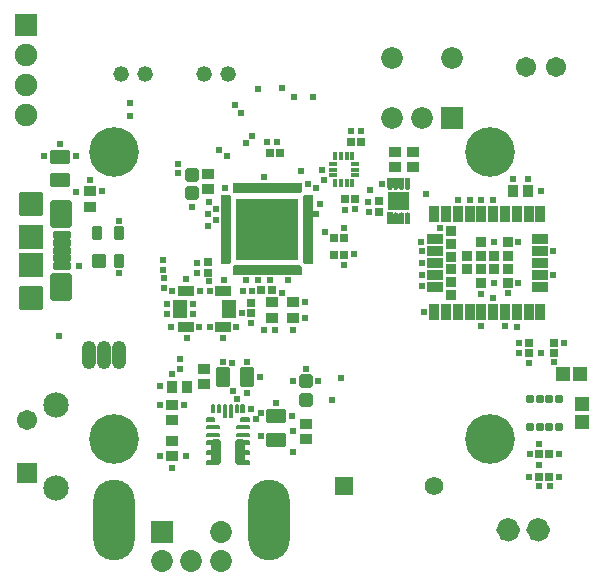
<source format=gts>
G04*
G04 #@! TF.GenerationSoftware,Altium Limited,Altium Designer,20.2.8 (258)*
G04*
G04 Layer_Color=8388736*
%FSLAX44Y44*%
%MOMM*%
G71*
G04*
G04 #@! TF.SameCoordinates,AB2164AD-3A94-489E-A7C9-C1E693429951*
G04*
G04*
G04 #@! TF.FilePolarity,Negative*
G04*
G01*
G75*
%ADD10C,0.1270*%
G04:AMPARAMS|DCode=25|XSize=0.2499mm|YSize=0.7mm|CornerRadius=0.075mm|HoleSize=0mm|Usage=FLASHONLY|Rotation=0.000|XOffset=0mm|YOffset=0mm|HoleType=Round|Shape=RoundedRectangle|*
%AMROUNDEDRECTD25*
21,1,0.2499,0.5501,0,0,0.0*
21,1,0.1000,0.7000,0,0,0.0*
1,1,0.1500,0.0500,-0.2750*
1,1,0.1500,-0.0500,-0.2750*
1,1,0.1500,-0.0500,0.2750*
1,1,0.1500,0.0500,0.2750*
%
%ADD25ROUNDEDRECTD25*%
G04:AMPARAMS|DCode=26|XSize=0.2499mm|YSize=1.1001mm|CornerRadius=0.075mm|HoleSize=0mm|Usage=FLASHONLY|Rotation=0.000|XOffset=0mm|YOffset=0mm|HoleType=Round|Shape=RoundedRectangle|*
%AMROUNDEDRECTD26*
21,1,0.2499,0.9501,0,0,0.0*
21,1,0.1000,1.1001,0,0,0.0*
1,1,0.1500,0.0500,-0.4751*
1,1,0.1500,-0.0500,-0.4751*
1,1,0.1500,-0.0500,0.4751*
1,1,0.1500,0.0500,0.4751*
%
%ADD26ROUNDEDRECTD26*%
G04:AMPARAMS|DCode=27|XSize=0.2499mm|YSize=0.7mm|CornerRadius=0.075mm|HoleSize=0mm|Usage=FLASHONLY|Rotation=90.000|XOffset=0mm|YOffset=0mm|HoleType=Round|Shape=RoundedRectangle|*
%AMROUNDEDRECTD27*
21,1,0.2499,0.5501,0,0,90.0*
21,1,0.1000,0.7000,0,0,90.0*
1,1,0.1500,0.2750,0.0500*
1,1,0.1500,0.2750,-0.0500*
1,1,0.1500,-0.2750,-0.0500*
1,1,0.1500,-0.2750,0.0500*
%
%ADD27ROUNDEDRECTD27*%
G04:AMPARAMS|DCode=28|XSize=0.2499mm|YSize=1.1001mm|CornerRadius=0.075mm|HoleSize=0mm|Usage=FLASHONLY|Rotation=90.000|XOffset=0mm|YOffset=0mm|HoleType=Round|Shape=RoundedRectangle|*
%AMROUNDEDRECTD28*
21,1,0.2499,0.9501,0,0,90.0*
21,1,0.1000,1.1001,0,0,90.0*
1,1,0.1500,0.4751,0.0500*
1,1,0.1500,0.4751,-0.0500*
1,1,0.1500,-0.4751,-0.0500*
1,1,0.1500,-0.4751,0.0500*
%
%ADD28ROUNDEDRECTD28*%
G04:AMPARAMS|DCode=29|XSize=0.2799mm|YSize=0.65mm|CornerRadius=0.0042mm|HoleSize=0mm|Usage=FLASHONLY|Rotation=180.000|XOffset=0mm|YOffset=0mm|HoleType=Round|Shape=RoundedRectangle|*
%AMROUNDEDRECTD29*
21,1,0.2799,0.6416,0,0,180.0*
21,1,0.2715,0.6500,0,0,180.0*
1,1,0.0084,-0.1358,0.3208*
1,1,0.0084,0.1358,0.3208*
1,1,0.0084,0.1358,-0.3208*
1,1,0.0084,-0.1358,-0.3208*
%
%ADD29ROUNDEDRECTD29*%
G04:AMPARAMS|DCode=30|XSize=0.65mm|YSize=0.2799mm|CornerRadius=0.0042mm|HoleSize=0mm|Usage=FLASHONLY|Rotation=180.000|XOffset=0mm|YOffset=0mm|HoleType=Round|Shape=RoundedRectangle|*
%AMROUNDEDRECTD30*
21,1,0.6500,0.2715,0,0,180.0*
21,1,0.6416,0.2799,0,0,180.0*
1,1,0.0084,-0.3208,0.1358*
1,1,0.0084,0.3208,0.1358*
1,1,0.0084,0.3208,-0.1358*
1,1,0.0084,-0.3208,-0.1358*
%
%ADD30ROUNDEDRECTD30*%
G04:AMPARAMS|DCode=31|XSize=5mm|YSize=5mm|CornerRadius=0.075mm|HoleSize=0mm|Usage=FLASHONLY|Rotation=180.000|XOffset=0mm|YOffset=0mm|HoleType=Round|Shape=RoundedRectangle|*
%AMROUNDEDRECTD31*
21,1,5.0000,4.8500,0,0,180.0*
21,1,4.8500,5.0000,0,0,180.0*
1,1,0.1500,-2.4250,2.4250*
1,1,0.1500,2.4250,2.4250*
1,1,0.1500,2.4250,-2.4250*
1,1,0.1500,-2.4250,-2.4250*
%
%ADD31ROUNDEDRECTD31*%
G04:AMPARAMS|DCode=32|XSize=0.3mm|YSize=0.7mm|CornerRadius=0.0045mm|HoleSize=0mm|Usage=FLASHONLY|Rotation=0.000|XOffset=0mm|YOffset=0mm|HoleType=Round|Shape=RoundedRectangle|*
%AMROUNDEDRECTD32*
21,1,0.3000,0.6910,0,0,0.0*
21,1,0.2910,0.7000,0,0,0.0*
1,1,0.0090,0.1455,-0.3455*
1,1,0.0090,-0.1455,-0.3455*
1,1,0.0090,-0.1455,0.3455*
1,1,0.0090,0.1455,0.3455*
%
%ADD32ROUNDEDRECTD32*%
G04:AMPARAMS|DCode=33|XSize=0.3mm|YSize=0.8499mm|CornerRadius=0.0045mm|HoleSize=0mm|Usage=FLASHONLY|Rotation=0.000|XOffset=0mm|YOffset=0mm|HoleType=Round|Shape=RoundedRectangle|*
%AMROUNDEDRECTD33*
21,1,0.3000,0.8409,0,0,0.0*
21,1,0.2910,0.8499,0,0,0.0*
1,1,0.0090,0.1455,-0.4204*
1,1,0.0090,-0.1455,-0.4204*
1,1,0.0090,-0.1455,0.4204*
1,1,0.0090,0.1455,0.4204*
%
%ADD33ROUNDEDRECTD33*%
G04:AMPARAMS|DCode=34|XSize=1.6mm|YSize=1.4001mm|CornerRadius=0.021mm|HoleSize=0mm|Usage=FLASHONLY|Rotation=0.000|XOffset=0mm|YOffset=0mm|HoleType=Round|Shape=RoundedRectangle|*
%AMROUNDEDRECTD34*
21,1,1.6000,1.3581,0,0,0.0*
21,1,1.5579,1.4001,0,0,0.0*
1,1,0.0420,0.7790,-0.6790*
1,1,0.0420,-0.7790,-0.6790*
1,1,0.0420,-0.7790,0.6790*
1,1,0.0420,0.7790,0.6790*
%
%ADD34ROUNDEDRECTD34*%
%ADD49C,1.0000*%
%ADD50R,0.7432X0.8032*%
%ADD51R,0.4531X0.6533*%
%ADD52R,0.6533X0.4531*%
%ADD53R,1.1532X1.6033*%
%ADD54R,1.3533X0.9533*%
%ADD55R,1.3533X0.9032*%
%ADD56R,0.9032X1.3533*%
%ADD57R,0.9032X0.9032*%
%ADD58R,1.1032X0.9032*%
G04:AMPARAMS|DCode=59|XSize=2.1532mm|YSize=0.8032mm|CornerRadius=0.1316mm|HoleSize=0mm|Usage=FLASHONLY|Rotation=90.000|XOffset=0mm|YOffset=0mm|HoleType=Round|Shape=RoundedRectangle|*
%AMROUNDEDRECTD59*
21,1,2.1532,0.5400,0,0,90.0*
21,1,1.8900,0.8032,0,0,90.0*
1,1,0.2632,0.2700,0.9450*
1,1,0.2632,0.2700,-0.9450*
1,1,0.2632,-0.2700,-0.9450*
1,1,0.2632,-0.2700,0.9450*
%
%ADD59ROUNDEDRECTD59*%
G04:AMPARAMS|DCode=60|XSize=0.7032mm|YSize=0.7032mm|CornerRadius=0.1641mm|HoleSize=0mm|Usage=FLASHONLY|Rotation=90.000|XOffset=0mm|YOffset=0mm|HoleType=Round|Shape=RoundedRectangle|*
%AMROUNDEDRECTD60*
21,1,0.7032,0.3750,0,0,90.0*
21,1,0.3750,0.7032,0,0,90.0*
1,1,0.3282,0.1875,0.1875*
1,1,0.3282,0.1875,-0.1875*
1,1,0.3282,-0.1875,-0.1875*
1,1,0.3282,-0.1875,0.1875*
%
%ADD60ROUNDEDRECTD60*%
G04:AMPARAMS|DCode=61|XSize=2.3033mm|YSize=1.8032mm|CornerRadius=0.1256mm|HoleSize=0mm|Usage=FLASHONLY|Rotation=90.000|XOffset=0mm|YOffset=0mm|HoleType=Round|Shape=RoundedRectangle|*
%AMROUNDEDRECTD61*
21,1,2.3033,1.5520,0,0,90.0*
21,1,2.0521,1.8032,0,0,90.0*
1,1,0.2512,0.7760,1.0260*
1,1,0.2512,0.7760,-1.0260*
1,1,0.2512,-0.7760,-1.0260*
1,1,0.2512,-0.7760,1.0260*
%
%ADD61ROUNDEDRECTD61*%
G04:AMPARAMS|DCode=62|XSize=2.0033mm|YSize=2.1031mm|CornerRadius=0.1286mm|HoleSize=0mm|Usage=FLASHONLY|Rotation=90.000|XOffset=0mm|YOffset=0mm|HoleType=Round|Shape=RoundedRectangle|*
%AMROUNDEDRECTD62*
21,1,2.0033,1.8459,0,0,90.0*
21,1,1.7461,2.1031,0,0,90.0*
1,1,0.2572,0.9230,0.8730*
1,1,0.2572,0.9230,-0.8730*
1,1,0.2572,-0.9230,-0.8730*
1,1,0.2572,-0.9230,0.8730*
%
%ADD62ROUNDEDRECTD62*%
G04:AMPARAMS|DCode=63|XSize=2.1031mm|YSize=2.1031mm|CornerRadius=0.1301mm|HoleSize=0mm|Usage=FLASHONLY|Rotation=90.000|XOffset=0mm|YOffset=0mm|HoleType=Round|Shape=RoundedRectangle|*
%AMROUNDEDRECTD63*
21,1,2.1031,1.8429,0,0,90.0*
21,1,1.8429,2.1031,0,0,90.0*
1,1,0.2602,0.9215,0.9215*
1,1,0.2602,0.9215,-0.9215*
1,1,0.2602,-0.9215,-0.9215*
1,1,0.2602,-0.9215,0.9215*
%
%ADD63ROUNDEDRECTD63*%
G04:AMPARAMS|DCode=64|XSize=0.6033mm|YSize=1.5532mm|CornerRadius=0.1076mm|HoleSize=0mm|Usage=FLASHONLY|Rotation=90.000|XOffset=0mm|YOffset=0mm|HoleType=Round|Shape=RoundedRectangle|*
%AMROUNDEDRECTD64*
21,1,0.6033,1.3380,0,0,90.0*
21,1,0.3881,1.5532,0,0,90.0*
1,1,0.2152,0.6690,0.1940*
1,1,0.2152,0.6690,-0.1940*
1,1,0.2152,-0.6690,-0.1940*
1,1,0.2152,-0.6690,0.1940*
%
%ADD64ROUNDEDRECTD64*%
G04:AMPARAMS|DCode=65|XSize=1.2032mm|YSize=1.2032mm|CornerRadius=0.1166mm|HoleSize=0mm|Usage=FLASHONLY|Rotation=90.000|XOffset=0mm|YOffset=0mm|HoleType=Round|Shape=RoundedRectangle|*
%AMROUNDEDRECTD65*
21,1,1.2032,0.9700,0,0,90.0*
21,1,0.9700,1.2032,0,0,90.0*
1,1,0.2332,0.4850,0.4850*
1,1,0.2332,0.4850,-0.4850*
1,1,0.2332,-0.4850,-0.4850*
1,1,0.2332,-0.4850,0.4850*
%
%ADD65ROUNDEDRECTD65*%
G04:AMPARAMS|DCode=66|XSize=1.2032mm|YSize=0.8032mm|CornerRadius=0.1106mm|HoleSize=0mm|Usage=FLASHONLY|Rotation=90.000|XOffset=0mm|YOffset=0mm|HoleType=Round|Shape=RoundedRectangle|*
%AMROUNDEDRECTD66*
21,1,1.2032,0.5820,0,0,90.0*
21,1,0.9820,0.8032,0,0,90.0*
1,1,0.2212,0.2910,0.4910*
1,1,0.2212,0.2910,-0.4910*
1,1,0.2212,-0.2910,-0.4910*
1,1,0.2212,-0.2910,0.4910*
%
%ADD66ROUNDEDRECTD66*%
G04:AMPARAMS|DCode=67|XSize=1.1031mm|YSize=1.1532mm|CornerRadius=0.1151mm|HoleSize=0mm|Usage=FLASHONLY|Rotation=270.000|XOffset=0mm|YOffset=0mm|HoleType=Round|Shape=RoundedRectangle|*
%AMROUNDEDRECTD67*
21,1,1.1031,0.9230,0,0,270.0*
21,1,0.8729,1.1532,0,0,270.0*
1,1,0.2302,-0.4615,-0.4365*
1,1,0.2302,-0.4615,0.4365*
1,1,0.2302,0.4615,0.4365*
1,1,0.2302,0.4615,-0.4365*
%
%ADD67ROUNDEDRECTD67*%
G04:AMPARAMS|DCode=68|XSize=1.1532mm|YSize=1.6533mm|CornerRadius=0.1159mm|HoleSize=0mm|Usage=FLASHONLY|Rotation=90.000|XOffset=0mm|YOffset=0mm|HoleType=Round|Shape=RoundedRectangle|*
%AMROUNDEDRECTD68*
21,1,1.1532,1.4216,0,0,90.0*
21,1,0.9215,1.6533,0,0,90.0*
1,1,0.2317,0.7108,0.4607*
1,1,0.2317,0.7108,-0.4607*
1,1,0.2317,-0.7108,-0.4607*
1,1,0.2317,-0.7108,0.4607*
%
%ADD68ROUNDEDRECTD68*%
G04:AMPARAMS|DCode=69|XSize=1.1532mm|YSize=1.6533mm|CornerRadius=0.1159mm|HoleSize=0mm|Usage=FLASHONLY|Rotation=180.000|XOffset=0mm|YOffset=0mm|HoleType=Round|Shape=RoundedRectangle|*
%AMROUNDEDRECTD69*
21,1,1.1532,1.4216,0,0,180.0*
21,1,0.9215,1.6533,0,0,180.0*
1,1,0.2317,-0.4607,0.7108*
1,1,0.2317,0.4607,0.7108*
1,1,0.2317,0.4607,-0.7108*
1,1,0.2317,-0.4607,-0.7108*
%
%ADD69ROUNDEDRECTD69*%
%ADD70R,0.8032X0.7432*%
%ADD71R,0.9032X1.1032*%
%ADD72R,1.2232X1.2432*%
%ADD73R,1.2432X1.2232*%
%ADD74C,1.9032*%
%ADD75R,1.9032X1.9032*%
%ADD76C,1.7032*%
%ADD77C,2.1532*%
%ADD78R,1.7112X1.7112*%
%ADD79C,1.7112*%
%ADD80O,3.5192X6.8352*%
%ADD81C,1.8532*%
%ADD82R,1.8532X1.8532*%
%ADD83C,1.5748*%
%ADD84R,1.5748X1.5748*%
%ADD85R,1.8382X1.8382*%
%ADD86C,1.8382*%
%ADD87C,1.3208*%
%ADD88O,1.2032X2.4032*%
%ADD89C,4.2032*%
%ADD90C,0.6032*%
G36*
X660502Y524250D02*
X660502D01*
X660501Y523822D01*
X660174Y523032D01*
X659568Y522428D01*
X658778Y522101D01*
X658350Y522101D01*
X657722D01*
X656932Y522428D01*
X656328Y523033D01*
X656001Y523823D01*
Y524250D01*
Y531999D01*
X660502D01*
Y524250D01*
D02*
G37*
G36*
X655500D02*
Y523823D01*
X655173Y523033D01*
X654569Y522428D01*
X653779Y522101D01*
X653151D01*
X652723Y522101D01*
X651933Y522428D01*
X651328Y523032D01*
X651000Y523822D01*
X651000Y524250D01*
Y531999D01*
X655500D01*
Y524250D01*
D02*
G37*
G36*
X650502D02*
X650502D01*
X650501Y523822D01*
X650174Y523032D01*
X649568Y522428D01*
X648778Y522101D01*
X648350Y522101D01*
X647722D01*
X646932Y522428D01*
X646328Y523033D01*
X646001Y523823D01*
Y524250D01*
Y531999D01*
X650502D01*
Y524250D01*
D02*
G37*
G36*
X645500D02*
Y523823D01*
X645173Y523033D01*
X644569Y522428D01*
X643779Y522101D01*
X643151D01*
X642723Y522101D01*
X641933Y522428D01*
X641328Y523032D01*
X641000Y523822D01*
X641000Y524250D01*
Y531999D01*
X645500D01*
Y524250D01*
D02*
G37*
G36*
X568501Y520750D02*
Y520402D01*
X568234Y519758D01*
X567742Y519266D01*
X567099Y519000D01*
X511401D01*
X510758Y519266D01*
X510266Y519758D01*
X510000Y520402D01*
Y520750D01*
Y527250D01*
X568501D01*
Y520750D01*
D02*
G37*
G36*
X659501Y504750D02*
X642000D01*
Y520249D01*
X659501D01*
Y504750D01*
D02*
G37*
G36*
X659568Y502572D02*
X660174Y501968D01*
X660501Y501177D01*
X660502Y500750D01*
X660502Y493000D01*
X656001D01*
Y500750D01*
Y501177D01*
X656328Y501967D01*
X656932Y502571D01*
X657722Y502899D01*
X658350D01*
Y502899D01*
X658778Y502899D01*
X659568Y502572D01*
D02*
G37*
G36*
X649568D02*
X650174Y501968D01*
X650501Y501177D01*
X650502Y500750D01*
X650502Y493000D01*
X646001D01*
Y500750D01*
Y501177D01*
X646328Y501967D01*
X646932Y502571D01*
X647722Y502899D01*
X648350D01*
Y502899D01*
X648778Y502899D01*
X649568Y502572D01*
D02*
G37*
G36*
X653151Y502899D02*
X653250Y502899D01*
X653779D01*
X654569Y502571D01*
X655173Y501967D01*
X655500Y501177D01*
Y500750D01*
Y493000D01*
X651000D01*
Y500750D01*
X651000Y501177D01*
X651328Y501968D01*
X651933Y502572D01*
X652723Y502899D01*
X653151Y502899D01*
D02*
G37*
G36*
X645500Y493000D02*
X641000D01*
Y503000D01*
X645500D01*
Y493000D01*
D02*
G37*
G36*
X565201Y462500D02*
X513251D01*
Y514499D01*
X565250D01*
X565201Y462500D01*
D02*
G37*
G36*
X578000Y459249D02*
X571152D01*
X570509Y459515D01*
X570017Y460007D01*
X569750Y460651D01*
Y460999D01*
Y516000D01*
Y516348D01*
X570017Y516991D01*
X570509Y517483D01*
X571152Y517750D01*
X578000D01*
Y459249D01*
D02*
G37*
G36*
X507991Y517483D02*
X508483Y516991D01*
X508750Y516348D01*
Y516000D01*
Y460999D01*
Y460651D01*
X508483Y460007D01*
X507991Y459515D01*
X507348Y459249D01*
X500500D01*
Y517750D01*
X507348D01*
X507991Y517483D01*
D02*
G37*
G36*
X567742Y457733D02*
X568234Y457240D01*
X568501Y456597D01*
Y456249D01*
Y449749D01*
X510000D01*
Y456249D01*
Y456597D01*
X510266Y457240D01*
X510758Y457733D01*
X511401Y457999D01*
X567099D01*
X567742Y457733D01*
D02*
G37*
D10*
X516000Y290999D02*
X523501D01*
Y292000D01*
Y290001D02*
Y290999D01*
X516000Y290001D02*
X523501D01*
X516000D02*
Y290999D01*
Y292000D01*
X523501D01*
X516000Y307999D02*
X523501D01*
X516000Y299501D02*
X523501D01*
Y300499D01*
Y298500D02*
Y299501D01*
X516000Y298500D02*
X523501D01*
X516000D02*
Y299501D01*
Y300499D01*
X523501D01*
Y307999D02*
Y309000D01*
Y306999D02*
Y307999D01*
X516000Y306999D02*
X523501D01*
X516000D02*
Y307999D01*
Y309000D01*
X523501D01*
X488499Y290999D02*
X496000D01*
X488499D02*
Y292000D01*
Y290001D02*
Y290999D01*
Y290001D02*
X496000D01*
Y290999D01*
Y292000D01*
X488499D02*
X496000D01*
X488499Y299501D02*
X496000D01*
X488499Y307999D02*
X496000D01*
X488499Y299501D02*
Y300499D01*
Y298500D02*
Y299501D01*
Y298500D02*
X496000D01*
Y299501D01*
Y300499D01*
X488499D02*
X496000D01*
X488499Y307999D02*
Y309000D01*
Y306999D02*
Y307999D01*
Y306999D02*
X496000D01*
Y307999D01*
Y309000D01*
X488499D02*
X496000D01*
X513501Y320999D02*
X523501D01*
X513501D02*
Y322000D01*
Y320001D02*
Y320999D01*
Y320001D02*
X523501D01*
Y320999D01*
Y322000D01*
X513501D02*
X523501D01*
X513501Y314499D02*
X523501D01*
X513501D02*
Y315500D01*
Y313501D02*
Y314499D01*
Y313501D02*
X523501D01*
Y314499D01*
Y315500D01*
X513501D02*
X523501D01*
X488499Y314499D02*
X498499D01*
X488499D02*
Y315500D01*
Y313501D02*
Y314499D01*
Y313501D02*
X498499D01*
Y314499D01*
Y315500D01*
X488499D02*
X498499D01*
X488499Y320999D02*
X498499D01*
X488499D02*
Y322000D01*
Y320001D02*
Y320999D01*
Y320001D02*
X498499D01*
Y320999D01*
Y322000D01*
X488499D02*
X498499D01*
X488499Y327499D02*
X494499D01*
X488499D02*
Y328500D01*
Y326501D02*
Y327499D01*
Y326501D02*
X494499D01*
Y327499D01*
Y328500D01*
X488499D02*
X494499D01*
X517501Y327499D02*
X523501D01*
X517501D02*
Y328500D01*
Y326501D02*
Y327499D01*
Y326501D02*
X523501D01*
Y327499D01*
Y328500D01*
X517501D02*
X523501D01*
X518499Y333501D02*
Y339501D01*
X517501Y333501D02*
Y339501D01*
Y333501D02*
X518499D01*
X519500D01*
Y339501D01*
X518499D02*
X519500D01*
X517501D02*
X518499D01*
X513501Y333501D02*
Y339501D01*
X512500Y333501D02*
Y339501D01*
Y333501D02*
X513501D01*
X514499D01*
Y339501D01*
X513501D02*
X514499D01*
X512500D02*
X513501D01*
X508499Y329501D02*
Y339501D01*
X507501Y329501D02*
Y339501D01*
Y329501D02*
X508499D01*
X509500D01*
Y339501D01*
X508499D02*
X509500D01*
X507501D02*
X508499D01*
X503501Y329501D02*
Y339501D01*
X502500Y329501D02*
Y339501D01*
Y329501D02*
X503501D01*
X504499D01*
Y339501D01*
X503501D02*
X504499D01*
X502500D02*
X503501D01*
X498499Y333501D02*
Y339501D01*
X497501Y333501D02*
Y339501D01*
Y333501D02*
X498499D01*
X499500D01*
Y339501D01*
X498499D02*
X499500D01*
X497501D02*
X498499D01*
X493501Y333501D02*
Y339501D01*
X492500Y333501D02*
Y339501D01*
Y333501D02*
X493501D01*
X494499D01*
Y339501D01*
X493501D02*
X494499D01*
X492500D02*
X493501D01*
D25*
Y336501D02*
D03*
X498499D02*
D03*
X513501D02*
D03*
X518499D02*
D03*
D26*
X503501Y334499D02*
D03*
X508499D02*
D03*
D27*
X520501Y327499D02*
D03*
Y307999D02*
D03*
Y299501D02*
D03*
Y290999D02*
D03*
X491499D02*
D03*
Y299501D02*
D03*
Y307999D02*
D03*
Y327499D02*
D03*
D28*
X518499Y320999D02*
D03*
Y314499D02*
D03*
X493501D02*
D03*
Y320999D02*
D03*
D29*
X566751Y453249D02*
D03*
X561749D02*
D03*
X556751D02*
D03*
X551749D02*
D03*
X546751D02*
D03*
X541749D02*
D03*
X536751D02*
D03*
X531749D02*
D03*
X526751D02*
D03*
X521749D02*
D03*
X516751D02*
D03*
X511749D02*
D03*
Y523749D02*
D03*
X516751D02*
D03*
X521749D02*
D03*
X526751D02*
D03*
X531749D02*
D03*
X536751D02*
D03*
X541749D02*
D03*
X546751D02*
D03*
X551749D02*
D03*
X556751D02*
D03*
X561749D02*
D03*
X566751D02*
D03*
D30*
X504000Y460999D02*
D03*
Y466000D02*
D03*
Y470999D02*
D03*
Y476000D02*
D03*
Y480999D02*
D03*
Y486000D02*
D03*
Y490999D02*
D03*
Y496000D02*
D03*
Y500999D02*
D03*
Y506000D02*
D03*
Y510999D02*
D03*
Y516000D02*
D03*
X574500D02*
D03*
Y510999D02*
D03*
Y506000D02*
D03*
Y500999D02*
D03*
Y496000D02*
D03*
Y490999D02*
D03*
Y486000D02*
D03*
Y480999D02*
D03*
Y476000D02*
D03*
Y470999D02*
D03*
Y466000D02*
D03*
Y460999D02*
D03*
D31*
X539250Y488499D02*
D03*
D32*
X653250Y497250D02*
D03*
X648251D02*
D03*
X658251D02*
D03*
Y527750D02*
D03*
X653250D02*
D03*
X648251D02*
D03*
X643250D02*
D03*
D33*
Y497999D02*
D03*
D34*
X650751Y512500D02*
D03*
D49*
X748300Y234000D02*
G03*
X748300Y234000I-5000J0D01*
G01*
X773700D02*
G03*
X773700Y234000I-5000J0D01*
G01*
D50*
X543070Y436750D02*
D03*
X534430D02*
D03*
X541430Y552750D02*
D03*
X550070D02*
D03*
X605180Y514000D02*
D03*
X613820D02*
D03*
X618820Y562750D02*
D03*
X610180D02*
D03*
X604320Y481000D02*
D03*
X595680D02*
D03*
X604320Y467000D02*
D03*
X595680D02*
D03*
X769680Y279000D02*
D03*
X778320D02*
D03*
X769680Y298000D02*
D03*
X778320D02*
D03*
D51*
X596499Y527250D02*
D03*
X601501D02*
D03*
X606499D02*
D03*
X611501D02*
D03*
Y550750D02*
D03*
X606499D02*
D03*
X601501D02*
D03*
X596499D02*
D03*
D52*
X613251Y533999D02*
D03*
Y539000D02*
D03*
Y544001D02*
D03*
X594749D02*
D03*
Y539000D02*
D03*
Y533999D02*
D03*
D53*
X507000Y421000D02*
D03*
X465502D02*
D03*
D54*
X502001Y405750D02*
D03*
Y436250D02*
D03*
X470500Y405750D02*
D03*
Y436250D02*
D03*
D55*
X681419Y439890D02*
D03*
X769921Y459890D02*
D03*
Y449890D02*
D03*
Y439890D02*
D03*
Y469890D02*
D03*
Y479890D02*
D03*
X681419Y449890D02*
D03*
Y459890D02*
D03*
Y479890D02*
D03*
Y469890D02*
D03*
D56*
X680670Y418640D02*
D03*
X690670D02*
D03*
X700670D02*
D03*
X710670D02*
D03*
X720670D02*
D03*
X730670D02*
D03*
X740670D02*
D03*
X750670D02*
D03*
X760670D02*
D03*
X770670D02*
D03*
X680670Y501139D02*
D03*
X690670D02*
D03*
X700670D02*
D03*
X710670D02*
D03*
X720670D02*
D03*
X730670D02*
D03*
X740670D02*
D03*
X750670D02*
D03*
X760670D02*
D03*
X770670D02*
D03*
D57*
X695168Y465389D02*
D03*
Y476390D02*
D03*
Y487391D02*
D03*
Y454391D02*
D03*
Y443390D02*
D03*
Y432389D02*
D03*
X708470Y454391D02*
D03*
Y465889D02*
D03*
X719969Y454391D02*
D03*
Y442890D02*
D03*
Y465889D02*
D03*
Y477391D02*
D03*
X731470Y465889D02*
D03*
Y454391D02*
D03*
X742969D02*
D03*
Y465889D02*
D03*
Y477391D02*
D03*
Y442890D02*
D03*
D58*
X572000Y310500D02*
D03*
Y323500D02*
D03*
X561000Y426500D02*
D03*
Y413500D02*
D03*
X458750Y327000D02*
D03*
Y340000D02*
D03*
X459000Y309500D02*
D03*
Y296500D02*
D03*
X485750Y370250D02*
D03*
Y357250D02*
D03*
X389000Y520500D02*
D03*
Y507500D02*
D03*
X647750Y541250D02*
D03*
Y554250D02*
D03*
X663000D02*
D03*
Y541250D02*
D03*
X543000Y426500D02*
D03*
Y413500D02*
D03*
X489250Y522500D02*
D03*
Y535500D02*
D03*
D59*
X516000Y299501D02*
D03*
X496000D02*
D03*
D60*
X762000Y321000D02*
D03*
X770000D02*
D03*
X778000D02*
D03*
X786200D02*
D03*
X786000Y345000D02*
D03*
X778000D02*
D03*
X770000D02*
D03*
X762000D02*
D03*
D61*
X364750Y501251D02*
D03*
Y439249D02*
D03*
D62*
X339251Y510250D02*
D03*
Y430250D02*
D03*
D63*
Y482249D02*
D03*
Y458251D02*
D03*
D64*
X366000Y457250D02*
D03*
Y463750D02*
D03*
Y470250D02*
D03*
Y476750D02*
D03*
Y483250D02*
D03*
D65*
X397000Y462000D02*
D03*
D66*
X414000D02*
D03*
Y485002D02*
D03*
X395001D02*
D03*
D67*
X572000Y343999D02*
D03*
Y360001D02*
D03*
X475500Y518749D02*
D03*
Y534751D02*
D03*
D68*
X547000Y330000D02*
D03*
Y310000D02*
D03*
X364000Y550000D02*
D03*
Y530000D02*
D03*
D69*
X522000Y363000D02*
D03*
X502000D02*
D03*
D70*
X489500Y460320D02*
D03*
Y451680D02*
D03*
X633750Y512070D02*
D03*
Y503430D02*
D03*
X761000Y383680D02*
D03*
Y392320D02*
D03*
X782000D02*
D03*
Y383680D02*
D03*
X526000Y426320D02*
D03*
Y417680D02*
D03*
D71*
X471500Y355000D02*
D03*
X458500D02*
D03*
X760500Y521000D02*
D03*
X747500D02*
D03*
D72*
X806000Y340350D02*
D03*
Y325650D02*
D03*
D73*
X804350Y365500D02*
D03*
X789650D02*
D03*
D74*
X335000Y610300D02*
D03*
Y635700D02*
D03*
Y584900D02*
D03*
D75*
Y661100D02*
D03*
D76*
X783700Y626000D02*
D03*
X758300D02*
D03*
D77*
X360670Y269500D02*
D03*
Y339500D02*
D03*
D78*
X335670Y282000D02*
D03*
D79*
Y327000D02*
D03*
D80*
X540500Y242500D02*
D03*
X409500D02*
D03*
D81*
X500000Y232500D02*
D03*
X475000Y207500D02*
D03*
X500000D02*
D03*
X450000D02*
D03*
D82*
Y232500D02*
D03*
D83*
X680500Y271500D02*
D03*
D84*
X604500D02*
D03*
D85*
X695650Y582700D02*
D03*
D86*
X670250D02*
D03*
X644850D02*
D03*
X695650Y633500D02*
D03*
X644850D02*
D03*
D87*
X485726Y619500D02*
D03*
X505726D02*
D03*
X415726D02*
D03*
X435726D02*
D03*
D88*
X413950Y381700D02*
D03*
X401250D02*
D03*
X388550D02*
D03*
D89*
X410000Y311000D02*
D03*
Y554000D02*
D03*
X728000D02*
D03*
Y311000D02*
D03*
D90*
X414000Y451750D02*
D03*
X479500Y460250D02*
D03*
X458000Y405500D02*
D03*
X587000Y530500D02*
D03*
X625000Y511500D02*
D03*
X580750Y523500D02*
D03*
X504000Y523000D02*
D03*
X489750Y511250D02*
D03*
X496250Y496000D02*
D03*
X489500Y491000D02*
D03*
X496000Y506000D02*
D03*
X626250Y521500D02*
D03*
X636250Y526750D02*
D03*
X536750Y532750D02*
D03*
X760750Y279000D02*
D03*
X750750Y406000D02*
D03*
X740750Y406250D02*
D03*
X720750Y406500D02*
D03*
X475500Y507250D02*
D03*
X561250Y359750D02*
D03*
X571750Y370000D02*
D03*
X582250Y360000D02*
D03*
X522250Y376250D02*
D03*
X480250Y451500D02*
D03*
X458750Y436000D02*
D03*
X470250Y446000D02*
D03*
X482500Y436250D02*
D03*
X414000Y495250D02*
D03*
X377500Y520250D02*
D03*
X389250Y530500D02*
D03*
X399750Y520500D02*
D03*
X379750Y457000D02*
D03*
X448250Y340000D02*
D03*
X469250D02*
D03*
X448750Y355500D02*
D03*
X458750Y366000D02*
D03*
X470500Y296500D02*
D03*
X459000Y286500D02*
D03*
X448250Y296500D02*
D03*
X529500Y327500D02*
D03*
X534250Y333250D02*
D03*
X560000Y330250D02*
D03*
X547000Y341250D02*
D03*
X526000Y336250D02*
D03*
X513500Y344500D02*
D03*
X522250Y350000D02*
D03*
X533000Y363250D02*
D03*
X501750Y376000D02*
D03*
X536500Y403000D02*
D03*
X561250Y403500D02*
D03*
X571000Y413500D02*
D03*
Y426750D02*
D03*
X546000Y403000D02*
D03*
X526000Y408750D02*
D03*
X552000Y434500D02*
D03*
X526500Y436000D02*
D03*
X548000Y562250D02*
D03*
X538750D02*
D03*
X670000Y440000D02*
D03*
X669500Y477750D02*
D03*
X670250Y449750D02*
D03*
Y459750D02*
D03*
X670000Y469750D02*
D03*
X700750Y513250D02*
D03*
X710750D02*
D03*
X720750D02*
D03*
X730750D02*
D03*
X747750Y531000D02*
D03*
X771000Y520750D02*
D03*
X377500Y550250D02*
D03*
X350250D02*
D03*
X364250Y561000D02*
D03*
X769750Y307000D02*
D03*
X778500Y270750D02*
D03*
X769750D02*
D03*
X786750Y279000D02*
D03*
X786500Y298000D02*
D03*
X761750D02*
D03*
X791000Y392250D02*
D03*
X782250Y375750D02*
D03*
X761250Y375250D02*
D03*
X752750Y383500D02*
D03*
X612500Y467250D02*
D03*
X604500Y458250D02*
D03*
X604250Y489750D02*
D03*
X614000Y505750D02*
D03*
X605500Y505000D02*
D03*
X610250Y571500D02*
D03*
X618750Y571750D02*
D03*
X760500Y530750D02*
D03*
X730500Y430250D02*
D03*
X752000Y443000D02*
D03*
Y477750D02*
D03*
X781250Y450000D02*
D03*
X781500Y470000D02*
D03*
X502500Y445500D02*
D03*
X491000Y436000D02*
D03*
X517750Y417500D02*
D03*
X513000Y406000D02*
D03*
X502000Y396250D02*
D03*
X490500Y405750D02*
D03*
X471000Y396500D02*
D03*
X481500Y405750D02*
D03*
X454500Y416500D02*
D03*
Y425250D02*
D03*
X476750Y417000D02*
D03*
X476500Y425250D02*
D03*
X584000Y509500D02*
D03*
X581000Y501000D02*
D03*
X574250Y527000D02*
D03*
X568250Y537750D02*
D03*
X562000Y600250D02*
D03*
X577750Y600750D02*
D03*
X489500Y501000D02*
D03*
X463500Y544000D02*
D03*
Y536000D02*
D03*
X505250Y550750D02*
D03*
X498250Y555500D02*
D03*
X531750Y607000D02*
D03*
X511750Y593250D02*
D03*
X451522Y446772D02*
D03*
Y438522D02*
D03*
X451272Y454272D02*
D03*
X672000Y418500D02*
D03*
X451250Y462750D02*
D03*
X594500Y343750D02*
D03*
X601500Y362750D02*
D03*
X517000Y586750D02*
D03*
X521750Y561500D02*
D03*
X526750Y567750D02*
D03*
X551500Y607750D02*
D03*
X518750Y436000D02*
D03*
X541750Y445500D02*
D03*
X465750Y378500D02*
D03*
X509250Y375000D02*
D03*
X423000Y584500D02*
D03*
X422750Y595750D02*
D03*
X673500Y518500D02*
D03*
X720000Y433750D02*
D03*
X586000Y538750D02*
D03*
X556750Y445500D02*
D03*
X561250Y317750D02*
D03*
X521750Y445500D02*
D03*
X685750Y489250D02*
D03*
X588000Y486000D02*
D03*
X510000Y351750D02*
D03*
X465500Y370000D02*
D03*
X533750Y313250D02*
D03*
X363000Y397750D02*
D03*
X531750Y445500D02*
D03*
X625250Y503000D02*
D03*
X752750Y392500D02*
D03*
X771250Y383500D02*
D03*
X769750Y288750D02*
D03*
X561250Y299750D02*
D03*
X489750Y445000D02*
D03*
X731500Y443000D02*
D03*
X743250Y434250D02*
D03*
X731250Y477500D02*
D03*
M02*

</source>
